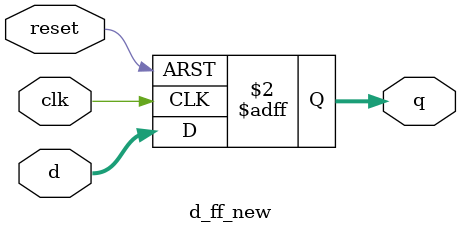
<source format=sv>
module d_ff_new(output logic [3:0] q,
            input logic clk, reset,
            input logic [3:0] d);

always_ff @ (posedge clk or posedge reset)
begin
    if (reset)
        q <= #1 4'b0000;
    else begin
        q <= #1 d;
    end
end
endmodule

</source>
